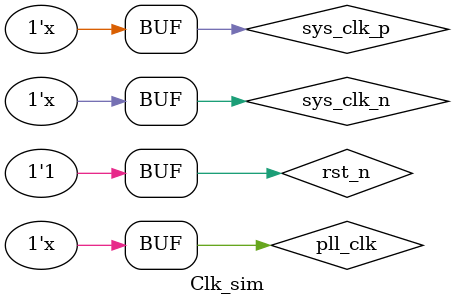
<source format=v>
`timescale 1ns / 1ps


module Clk_sim;
    reg sys_clk_p = 1;
    wire sys_clk_n;
    reg rst_n = 1;
    reg pll_clk = 1;
    wire sysclk_100;
    wire sysclk;
    wire clk_lock;

    assign sys_clk_n = ~sys_clk_p;

    initial
    begin
        #5  rst_n <= 0;
        #15 rst_n <= 1;
    end

    always
        #10  sys_clk_p <= ~sys_clk_p;

    always
        #5  pll_clk <= ~pll_clk;

    Clock_Block_wrapper cbw
    (
        .Crystal_Clk_in_clk_n   (sys_clk_n  ),
        .Crystal_Clk_in_clk_p   (sys_clk_p  ),
        .PLL_Clk_in             (pll_clk    ),
        .Sys_Clk                (sysclk     ),
        .Sys_Clk_100M           (sysclk_100 ),
        .Sys_Clk_Locked         (clk_lock   ),
        .Sys_rst                (rst_n      )
    );
endmodule

</source>
